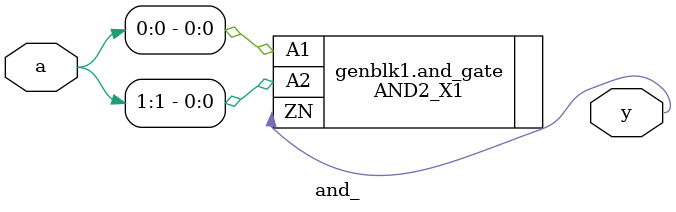
<source format=v>
`ifndef AND_V
`define AND_V

`include "freepdk-45nm/stdcells.v"
`include "misc/and/and8.v"
`include "misc/and/and16.v"
`include "misc/and/and32.v"

module and_ #(
    parameter N_INS = 2
) (
    input wire [N_INS-1:0] a,
    output wire y
);
    case (N_INS)
        2: AND2_X1 and_gate (
            .A1(a[0]),
            .A2(a[1]),
            .ZN(y)
        );
        3: AND3_X1 and_gate (
            .A1(a[0]),
            .A2(a[1]),
            .A3(a[2]),
            .ZN(y)
        );
        4: AND4_X1 and_gate (
            .A1(a[0]),
            .A2(a[1]),
            .A3(a[2]),
            .A4(a[3]),
            .ZN(y)
        );
        5: and8 and_gate (
            .a({a, 3'b111}),
            .y(y)
        );
        6: and8 and_gate (
            .a({a, 2'b11}),
            .y(y)
        );
        7: and8 and_gate (
            .a({a, 1'b1}),
            .y(y)
        );
        8: and8 and_gate (
            .a(a),
            .y(y)
        );
        9: and16 and_gate (
            .a({a, 7'b1111111}),
            .y(y)
        );
        10: and16 and_gate (
            .a({a, 6'b111111}),
            .y(y)
        );
        11: and16 and_gate (
            .a({a, 5'b11111}),
            .y(y)
        );
        12: and16 and_gate (
            .a({a, 4'b1111}),
            .y(y)
        );
        13: and16 and_gate (
            .a({a, 3'b111}),
            .y(y)
        );
        14: and16 and_gate (
            .a({a, 2'b11}),
            .y(y)
        );
        15: and16 and_gate (
            .a({a, 1'b1}),
            .y(y)
        );
        16: and16 and_gate (
            .a(a),
            .y(y)
        );
        17: and32 and_gate (
            .a({a, 15'b111111111111111}),
            .y(y)
        );
        18: and32 and_gate (
            .a({a, 14'b11111111111111}),
            .y(y)
        );
        19: and32 and_gate (
            .a({a, 13'b1111111111111}),
            .y(y)
        );
        20: and32 and_gate (
            .a({a, 12'b111111111111}),
            .y(y)
        );
        21: and32 and_gate (
            .a({a, 11'b11111111111}),
            .y(y)
        );
        22: and32 and_gate (
            .a({a, 10'b1111111111}),
            .y(y)
        );
        23: and32 and_gate (
            .a({a, 9'b111111111}),
            .y(y)
        );
        24: and32 and_gate (
            .a({a, 8'b11111111}),
            .y(y)
        );
        25: and32 and_gate (
            .a({a, 7'b1111111}),
            .y(y)
        );
        26: and32 and_gate (
            .a({a, 6'b111111}),
            .y(y)
        );
        27: and32 and_gate (
            .a({a, 5'b11111}),
            .y(y)
        );
        28: and32 and_gate (
            .a({a, 4'b1111}),
            .y(y)
        );
        29: and32 and_gate (
            .a({a, 3'b111}),
            .y(y)
        );
        30: and32 and_gate (
            .a({a, 2'b11}),
            .y(y)
        );
        31: and32 and_gate (
            .a({a, 1'b1}),
            .y(y)
        );
        32: and32 and_gate (
            .a(a),
            .y(y)
        );
        default: begin
            assign y = 1'b0;
        end
    endcase
endmodule

`endif

</source>
